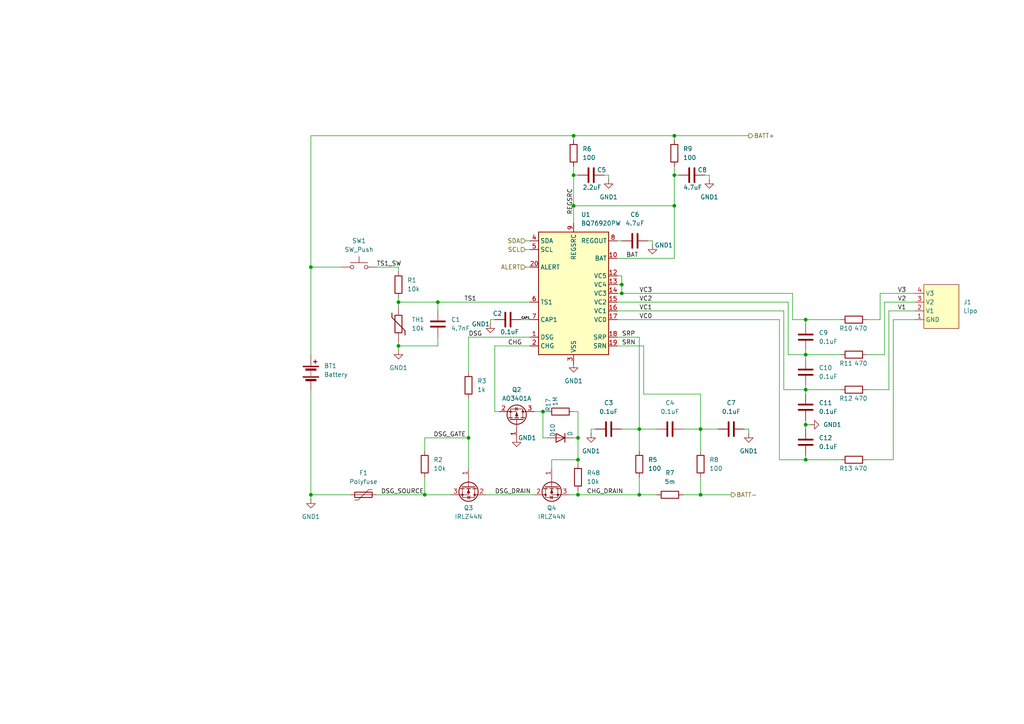
<source format=kicad_sch>
(kicad_sch (version 20250114) (generator "eeschema") (generator_version "9.0")
  (paper "A4")
  (lib_symbols
    (symbol "Battery_Management:BQ76920PW"
      (property "Reference" "U" (at -10.16 19.05 0))
      (property "Value" "BQ76920PW" (at 12.7 19.05 0))
      (symbol "BQ76920PW_0_1"
        (rectangle (start -10.16 17.78) (end 10.16 -17.78) (stroke (width 0.254)) (fill (type background)))
      )
      (symbol "BQ76920PW_1_0"
        (pin bidirectional line (at -12.7 7.62 0) (length 2.54) (name "ALERT") (number "20"))
        (pin passive line (at -12.7 -2.54 0) (length 2.54) (name "TS1") (number "6"))
        (pin passive line (at -12.7 -7.62 0) (length 2.54) (name "CAP1") (number "7"))
        (pin no_connect line (at -2.54 -17.78 90) (length 2.54) (hide yes) (name "NC") (number "11"))
        (pin power_in line (at 0 20.32 270) (length 2.54) (name "REGSRC") (number "9"))
        (pin power_out line (at 12.7 15.24 180) (length 2.54) (name "REGOUT") (number "8"))
        (pin input line (at 12.7 10.16 180) (length 2.54) (name "BAT") (number "10"))
        (pin input line (at 12.7 5.08 180) (length 2.54) (name "VC5") (number "12"))
        (pin input line (at 12.7 2.54 180) (length 2.54) (name "VC4") (number "13"))
        (pin input line (at 12.7 0 180) (length 2.54) (name "VC3") (number "14"))
        (pin input line (at 12.7 -2.54 180) (length 2.54) (name "VC2") (number "15"))
        (pin input line (at 12.7 -5.08 180) (length 2.54) (name "VC1") (number "16"))
        (pin input line (at 12.7 -7.62 180) (length 2.54) (name "VC0") (number "17"))
        (pin input line (at 12.7 -12.7 180) (length 2.54) (name "SRP") (number "18"))
        (pin input line (at 12.7 -15.24 180) (length 2.54) (name "SRN") (number "19"))
      )
      (symbol "BQ76920PW_1_1"
        (pin bidirectional line (at -12.7 15.24 0) (length 2.54) (name "SDA") (number "4"))
        (pin input line (at -12.7 12.7 0) (length 2.54) (name "SCL") (number "5"))
        (pin output line (at -12.7 -12.7 0) (length 2.54) (name "DSG") (number "1"))
        (pin output line (at -12.7 -15.24 0) (length 2.54) (name "CHG") (number "2"))
        (pin power_in line (at 0 -20.32 90) (length 2.54) (name "VSS") (number "3"))
      )
    )
    (symbol "Device:Battery" (pin_numbers (hide yes)) (pin_names (offset 0) (hide yes))
      (property "Reference" "BT" (at 2.54 2.54 0))
      (property "Value" "Battery" (at 2.54 0 0))
      (symbol "Battery_0_1"
        (rectangle (start -2.286 1.778) (end 2.286 1.524) (fill (type outline)))
        (rectangle (start -2.286 -1.27) (end 2.286 -1.524) (fill (type outline)))
        (rectangle (start -1.524 1.016) (end 1.524 0.508) (fill (type outline)))
        (rectangle (start -1.524 -2.032) (end 1.524 -2.54) (fill (type outline)))
        (polyline (pts (xy 0 1.778) (xy 0 2.54)))
        (polyline (pts (xy 0 0) (xy 0 0.254)))
        (polyline (pts (xy 0 -0.508) (xy 0 -0.254)))
        (polyline (pts (xy 0 -1.016) (xy 0 -0.762)))
        (polyline (pts (xy 0.762 3.048) (xy 1.778 3.048)) (stroke (width 0.254)))
        (polyline (pts (xy 1.27 3.556) (xy 1.27 2.54)) (stroke (width 0.254)))
      )
      (symbol "Battery_1_1"
        (pin passive line (at 0 5.08 270) (length 2.54) (name "+") (number "1"))
        (pin passive line (at 0 -5.08 90) (length 2.54) (name "-") (number "2"))
      )
    )
    (symbol "Device:C" (pin_numbers (hide yes)) (pin_names (offset 0.254))
      (property "Reference" "C" (at 0.635 2.54 0))
      (property "Value" "C" (at 0.635 -2.54 0))
      (symbol "C_0_1"
        (polyline (pts (xy -2.032 0.762) (xy 2.032 0.762)) (stroke (width 0.508)))
        (polyline (pts (xy -2.032 -0.762) (xy 2.032 -0.762)) (stroke (width 0.508)))
      )
      (symbol "C_1_1"
        (pin passive line (at 0 3.81 270) (length 2.794) (name "~") (number "1"))
        (pin passive line (at 0 -3.81 90) (length 2.794) (name "~") (number "2"))
      )
    )
    (symbol "Device:D" (pin_numbers (hide yes)) (pin_names (offset 1.016) (hide yes))
      (property "Reference" "D" (at 0 2.54 0))
      (property "Value" "D" (at 0 -2.54 0))
      (symbol "D_0_1"
        (polyline (pts (xy -1.27 1.27) (xy -1.27 -1.27)) (stroke (width 0.254)))
        (polyline (pts (xy 1.27 1.27) (xy 1.27 -1.27) (xy -1.27 0) (xy 1.27 1.27)) (stroke (width 0.254)))
        (polyline (pts (xy 1.27 0) (xy -1.27 0)))
      )
      (symbol "D_1_1"
        (pin passive line (at -3.81 0 0) (length 2.54) (name "K") (number "1"))
        (pin passive line (at 3.81 0 180) (length 2.54) (name "A") (number "2"))
      )
    )
    (symbol "Device:Polyfuse" (pin_numbers (hide yes)) (pin_names (offset 0))
      (property "Reference" "F" (at -2.54 0 90))
      (property "Value" "Polyfuse" (at 2.54 0 90))
      (symbol "Polyfuse_0_1"
        (polyline (pts (xy -1.524 2.54) (xy -1.524 1.524) (xy 1.524 -1.524) (xy 1.524 -2.54)))
        (rectangle (start -0.762 2.54) (end 0.762 -2.54) (stroke (width 0.254)))
        (polyline (pts (xy 0 2.54) (xy 0 -2.54)))
      )
      (symbol "Polyfuse_1_1"
        (pin passive line (at 0 3.81 270) (length 1.27) (name "~") (number "1"))
        (pin passive line (at 0 -3.81 90) (length 1.27) (name "~") (number "2"))
      )
    )
    (symbol "Device:R" (pin_numbers (hide yes)) (pin_names (offset 0))
      (property "Reference" "R" (at 2.032 0 90))
      (property "Value" "R" (at 0 0 90))
      (symbol "R_0_1"
        (rectangle (start -1.016 -2.54) (end 1.016 2.54) (stroke (width 0.254)))
      )
      (symbol "R_1_1"
        (pin passive line (at 0 3.81 270) (length 1.27) (name "~") (number "1"))
        (pin passive line (at 0 -3.81 90) (length 1.27) (name "~") (number "2"))
      )
    )
    (symbol "Device:Thermistor" (pin_numbers (hide yes)) (pin_names (offset 0))
      (property "Reference" "TH" (at 2.54 1.27 90))
      (property "Value" "Thermistor" (at -2.54 0 90))
      (symbol "Thermistor_0_1"
        (polyline (pts (xy -1.905 3.175) (xy -1.905 1.905) (xy 1.905 -1.905) (xy 1.905 -3.175)) (stroke (width 0.254)))
      )
      (symbol "Thermistor_1_1"
        (rectangle (start -1.016 2.54) (end 1.016 -2.54) (stroke (width 0.254)))
        (pin passive line (at 0 5.08 270) (length 2.54) (name "~") (number "1"))
        (pin passive line (at 0 -5.08 90) (length 2.54) (name "~") (number "2"))
      )
    )
    (symbol "Dry_Lettuce:Lipo_Pinout"
      (property "Reference" "J" (at 0 9.652 0))
      (symbol "Lipo_Pinout_1_1"
        (rectangle (start -5.08 6.35) (end 5.08 -6.35) (fill (type background)))
        (pin power_out line (at -7.62 3.81 0) (length 2.54) (name "V3") (number "4"))
        (pin power_out line (at -7.62 1.27 0) (length 2.54) (name "V2") (number "3"))
        (pin power_out line (at -7.62 -1.27 0) (length 2.54) (name "V1") (number "2"))
        (pin power_out line (at -7.62 -3.81 0) (length 2.54) (name "GND") (number "1"))
      )
    )
    (symbol "Switch:SW_Push" (pin_numbers (hide yes)) (pin_names (offset 1.016) (hide yes))
      (property "Reference" "SW" (at 1.27 2.54 0))
      (property "Value" "SW_Push" (at 0 -1.524 0))
      (symbol "SW_Push_0_1"
        (circle (center -2.032 0) (radius 0.508))
        (polyline (pts (xy 0 1.27) (xy 0 3.048)))
        (circle (center 2.032 0) (radius 0.508))
        (polyline (pts (xy 2.54 1.27) (xy -2.54 1.27)))
        (pin passive line (at -5.08 0 0) (length 2.54) (name "1") (number "1"))
        (pin passive line (at 5.08 0 180) (length 2.54) (name "2") (number "2"))
      )
    )
    (symbol "Transistor_FET:AO3401A" (pin_names (hide yes))
      (property "Reference" "Q" (at 5.08 1.905 0))
      (property "Value" "AO3401A" (at 5.08 0 0))
      (symbol "AO3401A_0_1"
        (polyline (pts (xy 0.254 1.905) (xy 0.254 -1.905)) (stroke (width 0.254)))
        (polyline (pts (xy 0.254 0) (xy -2.54 0)))
        (polyline (pts (xy 0.762 2.286) (xy 0.762 1.27)) (stroke (width 0.254)))
        (polyline (pts (xy 0.762 1.778) (xy 3.302 1.778) (xy 3.302 -1.778) (xy 0.762 -1.778)))
        (polyline (pts (xy 0.762 0.508) (xy 0.762 -0.508)) (stroke (width 0.254)))
        (polyline (pts (xy 0.762 -1.27) (xy 0.762 -2.286)) (stroke (width 0.254)))
        (circle (center 1.651 0) (radius 2.794) (stroke (width 0.254)))
        (polyline (pts (xy 2.286 0) (xy 1.27 0.381) (xy 1.27 -0.381) (xy 2.286 0)) (fill (type outline)))
        (polyline (pts (xy 2.54 2.54) (xy 2.54 1.778)))
        (circle (center 2.54 1.778) (radius 0.254) (fill (type outline)))
        (circle (center 2.54 -1.778) (radius 0.254) (fill (type outline)))
        (polyline (pts (xy 2.54 -2.54) (xy 2.54 0) (xy 0.762 0)))
        (polyline (pts (xy 2.794 -0.508) (xy 2.921 -0.381) (xy 3.683 -0.381) (xy 3.81 -0.254)))
        (polyline (pts (xy 3.302 -0.381) (xy 2.921 0.254) (xy 3.683 0.254) (xy 3.302 -0.381)))
      )
      (symbol "AO3401A_1_1"
        (pin input line (at -5.08 0 0) (length 2.54) (name "G") (number "1"))
        (pin passive line (at 2.54 5.08 270) (length 2.54) (name "D") (number "3"))
        (pin passive line (at 2.54 -5.08 90) (length 2.54) (name "S") (number "2"))
      )
    )
    (symbol "Transistor_FET:IRLZ44N" (pin_names (hide yes))
      (property "Reference" "Q" (at 5.08 1.905 0))
      (property "Value" "IRLZ44N" (at 5.08 0 0))
      (symbol "IRLZ44N_0_1"
        (polyline (pts (xy 0.254 1.905) (xy 0.254 -1.905)) (stroke (width 0.254)))
        (polyline (pts (xy 0.254 0) (xy -2.54 0)))
        (polyline (pts (xy 0.762 2.286) (xy 0.762 1.27)) (stroke (width 0.254)))
        (polyline (pts (xy 0.762 0.508) (xy 0.762 -0.508)) (stroke (width 0.254)))
        (polyline (pts (xy 0.762 -1.27) (xy 0.762 -2.286)) (stroke (width 0.254)))
        (polyline (pts (xy 0.762 -1.778) (xy 3.302 -1.778) (xy 3.302 1.778) (xy 0.762 1.778)))
        (polyline (pts (xy 1.016 0) (xy 2.032 0.381) (xy 2.032 -0.381) (xy 1.016 0)) (fill (type outline)))
        (circle (center 1.651 0) (radius 2.794) (stroke (width 0.254)))
        (polyline (pts (xy 2.54 2.54) (xy 2.54 1.778)))
        (circle (center 2.54 1.778) (radius 0.254) (fill (type outline)))
        (circle (center 2.54 -1.778) (radius 0.254) (fill (type outline)))
        (polyline (pts (xy 2.54 -2.54) (xy 2.54 0) (xy 0.762 0)))
        (polyline (pts (xy 2.794 0.508) (xy 2.921 0.381) (xy 3.683 0.381) (xy 3.81 0.254)))
        (polyline (pts (xy 3.302 0.381) (xy 2.921 -0.254) (xy 3.683 -0.254) (xy 3.302 0.381)))
      )
      (symbol "IRLZ44N_1_1"
        (pin input line (at -5.08 0 0) (length 2.54) (name "G") (number "1"))
        (pin passive line (at 2.54 5.08 270) (length 2.54) (name "D") (number "2"))
        (pin passive line (at 2.54 -5.08 90) (length 2.54) (name "S") (number "3"))
      )
    )
    (symbol "power:GND1" (power) (pin_numbers (hide yes)) (pin_names (offset 0) (hide yes))
      (property "Value" "GND1" (at 0 -3.81 0))
      (symbol "GND1_0_1"
        (polyline (pts (xy 0 0) (xy 0 -1.27) (xy 1.27 -1.27) (xy 0 -2.54) (xy -1.27 -1.27) (xy 0 -1.27)))
      )
      (symbol "GND1_1_1"
        (pin power_in line (at 0 0 270) (length 0) (name "~") (number "1"))
      )
    )
  )
  (junction (at 123.19 143.51))
  (junction (at 90.17 77.47))
  (junction (at 195.58 39.37))
  (junction (at 185.42 124.46))
  (junction (at 166.37 59.69))
  (junction (at 233.68 133.35))
  (junction (at 135.89 127))
  (junction (at 115.57 100.33))
  (junction (at 115.57 87.63))
  (junction (at 90.17 143.51))
  (junction (at 195.58 50.8))
  (junction (at 166.37 50.8))
  (junction (at 233.68 113.03))
  (junction (at 203.2 124.46))
  (junction (at 180.34 85.09))
  (junction (at 203.2 143.51))
  (junction (at 167.64 127))
  (junction (at 233.68 123.19))
  (junction (at 157.48 119.38))
  (junction (at 195.58 59.69))
  (junction (at 127 87.63))
  (junction (at 180.34 82.55))
  (junction (at 167.64 143.51))
  (junction (at 233.68 92.71))
  (junction (at 233.68 102.87))
  (junction (at 185.42 143.51))
  (junction (at 166.37 39.37))
  (junction (at 167.64 133.35))
  (wire (pts (xy 195.58 74.93) (xy 195.58 59.69)))
  (wire (pts (xy 166.37 59.69) (xy 166.37 64.77)))
  (wire (pts (xy 180.34 82.55) (xy 180.34 85.09)))
  (wire (pts (xy 185.42 138.43) (xy 185.42 143.51)))
  (wire (pts (xy 135.89 115.57) (xy 135.89 127)))
  (wire (pts (xy 185.42 143.51) (xy 190.5 143.51)))
  (wire (pts (xy 195.58 48.26) (xy 195.58 50.8)))
  (wire (pts (xy 180.34 80.01) (xy 180.34 82.55)))
  (wire (pts (xy 227.33 113.03) (xy 233.68 113.03)))
  (wire (pts (xy 195.58 50.8) (xy 196.85 50.8)))
  (wire (pts (xy 179.07 92.71) (xy 226.06 92.71)))
  (wire (pts (xy 123.19 130.81) (xy 123.19 127)))
  (wire (pts (xy 198.12 143.51) (xy 203.2 143.51)))
  (wire (pts (xy 179.07 82.55) (xy 180.34 82.55)))
  (wire (pts (xy 227.33 90.17) (xy 227.33 113.03)))
  (wire (pts (xy 185.42 97.79) (xy 185.42 124.46)))
  (wire (pts (xy 203.2 124.46) (xy 203.2 114.3)))
  (wire (pts (xy 143.51 100.33) (xy 153.67 100.33)))
  (wire (pts (xy 115.57 99.06) (xy 115.57 100.33)))
  (wire (pts (xy 233.68 113.03) (xy 233.68 114.3)))
  (wire (pts (xy 265.43 87.63) (xy 256.54 87.63)))
  (wire (pts (xy 153.67 97.79) (xy 135.89 97.79)))
  (wire (pts (xy 166.37 59.69) (xy 195.58 59.69)))
  (wire (pts (xy 143.51 119.38) (xy 144.78 119.38)))
  (wire (pts (xy 233.68 133.35) (xy 226.06 133.35)))
  (wire (pts (xy 127 100.33) (xy 115.57 100.33)))
  (wire (pts (xy 179.07 85.09) (xy 180.34 85.09)))
  (wire (pts (xy 167.64 127) (xy 166.37 127)))
  (wire (pts (xy 171.45 124.46) (xy 172.72 124.46)))
  (wire (pts (xy 127 87.63) (xy 115.57 87.63)))
  (wire (pts (xy 166.37 39.37) (xy 195.58 39.37)))
  (wire (pts (xy 176.53 52.07) (xy 176.53 50.8)))
  (wire (pts (xy 265.43 90.17) (xy 257.81 90.17)))
  (wire (pts (xy 259.08 92.71) (xy 259.08 133.35)))
  (wire (pts (xy 167.64 142.24) (xy 167.64 143.51)))
  (wire (pts (xy 185.42 130.81) (xy 185.42 124.46)))
  (wire (pts (xy 233.68 102.87) (xy 243.84 102.87)))
  (wire (pts (xy 179.07 69.85) (xy 180.34 69.85)))
  (wire (pts (xy 123.19 143.51) (xy 123.19 138.43)))
  (wire (pts (xy 166.37 50.8) (xy 166.37 59.69)))
  (wire (pts (xy 257.81 113.03) (xy 251.46 113.03)))
  (wire (pts (xy 179.07 90.17) (xy 227.33 90.17)))
  (wire (pts (xy 152.4 69.85) (xy 153.67 69.85)))
  (wire (pts (xy 203.2 143.51) (xy 212.09 143.51)))
  (wire (pts (xy 179.07 87.63) (xy 228.6 87.63)))
  (wire (pts (xy 185.42 124.46) (xy 190.5 124.46)))
  (wire (pts (xy 166.37 50.8) (xy 167.64 50.8)))
  (wire (pts (xy 198.12 124.46) (xy 203.2 124.46)))
  (wire (pts (xy 143.51 100.33) (xy 143.51 119.38)))
  (wire (pts (xy 233.68 132.08) (xy 233.68 133.35)))
  (wire (pts (xy 90.17 77.47) (xy 99.06 77.47)))
  (wire (pts (xy 157.48 119.38) (xy 157.48 127)))
  (wire (pts (xy 152.4 77.47) (xy 153.67 77.47)))
  (wire (pts (xy 217.17 125.73) (xy 217.17 124.46)))
  (wire (pts (xy 226.06 92.71) (xy 226.06 133.35)))
  (wire (pts (xy 233.68 123.19) (xy 233.68 124.46)))
  (wire (pts (xy 255.27 92.71) (xy 251.46 92.71)))
  (wire (pts (xy 257.81 90.17) (xy 257.81 113.03)))
  (wire (pts (xy 195.58 39.37) (xy 217.17 39.37)))
  (wire (pts (xy 135.89 97.79) (xy 135.89 107.95)))
  (wire (pts (xy 217.17 124.46) (xy 215.9 124.46)))
  (wire (pts (xy 233.68 92.71) (xy 243.84 92.71)))
  (wire (pts (xy 151.13 92.71) (xy 153.67 92.71)))
  (wire (pts (xy 256.54 87.63) (xy 256.54 102.87)))
  (wire (pts (xy 115.57 87.63) (xy 115.57 88.9)))
  (wire (pts (xy 90.17 113.03) (xy 90.17 143.51)))
  (wire (pts (xy 203.2 124.46) (xy 208.28 124.46)))
  (wire (pts (xy 167.64 119.38) (xy 166.37 119.38)))
  (wire (pts (xy 233.68 101.6) (xy 233.68 102.87)))
  (wire (pts (xy 152.4 72.39) (xy 153.67 72.39)))
  (wire (pts (xy 115.57 77.47) (xy 115.57 78.74)))
  (wire (pts (xy 167.64 127) (xy 167.64 133.35)))
  (wire (pts (xy 167.64 133.35) (xy 167.64 134.62)))
  (wire (pts (xy 90.17 39.37) (xy 90.17 77.47)))
  (wire (pts (xy 233.68 111.76) (xy 233.68 113.03)))
  (wire (pts (xy 153.67 87.63) (xy 127 87.63)))
  (wire (pts (xy 175.26 50.8) (xy 176.53 50.8)))
  (wire (pts (xy 90.17 143.51) (xy 101.6 143.51)))
  (wire (pts (xy 166.37 39.37) (xy 166.37 40.64)))
  (wire (pts (xy 109.22 77.47) (xy 115.57 77.47)))
  (wire (pts (xy 186.69 114.3) (xy 186.69 100.33)))
  (wire (pts (xy 123.19 143.51) (xy 130.81 143.51)))
  (wire (pts (xy 180.34 85.09) (xy 229.87 85.09)))
  (wire (pts (xy 203.2 138.43) (xy 203.2 143.51)))
  (wire (pts (xy 157.48 127) (xy 158.75 127)))
  (wire (pts (xy 203.2 130.81) (xy 203.2 124.46)))
  (wire (pts (xy 115.57 86.36) (xy 115.57 87.63)))
  (wire (pts (xy 243.84 113.03) (xy 233.68 113.03)))
  (wire (pts (xy 195.58 59.69) (xy 195.58 50.8)))
  (wire (pts (xy 229.87 92.71) (xy 233.68 92.71)))
  (wire (pts (xy 180.34 124.46) (xy 185.42 124.46)))
  (wire (pts (xy 140.97 143.51) (xy 154.94 143.51)))
  (wire (pts (xy 165.1 143.51) (xy 167.64 143.51)))
  (wire (pts (xy 90.17 102.87) (xy 90.17 77.47)))
  (wire (pts (xy 171.45 125.73) (xy 171.45 124.46)))
  (wire (pts (xy 179.07 74.93) (xy 195.58 74.93)))
  (wire (pts (xy 243.84 133.35) (xy 233.68 133.35)))
  (wire (pts (xy 195.58 39.37) (xy 195.58 40.64)))
  (wire (pts (xy 255.27 85.09) (xy 255.27 92.71)))
  (wire (pts (xy 233.68 123.19) (xy 234.95 123.19)))
  (wire (pts (xy 228.6 102.87) (xy 233.68 102.87)))
  (wire (pts (xy 265.43 85.09) (xy 255.27 85.09)))
  (wire (pts (xy 157.48 119.38) (xy 158.75 119.38)))
  (wire (pts (xy 109.22 143.51) (xy 123.19 143.51)))
  (wire (pts (xy 204.47 50.8) (xy 205.74 50.8)))
  (wire (pts (xy 90.17 143.51) (xy 90.17 144.78)))
  (wire (pts (xy 228.6 87.63) (xy 228.6 102.87)))
  (wire (pts (xy 115.57 100.33) (xy 115.57 101.6)))
  (wire (pts (xy 179.07 80.01) (xy 180.34 80.01)))
  (wire (pts (xy 251.46 133.35) (xy 259.08 133.35)))
  (wire (pts (xy 233.68 92.71) (xy 233.68 93.98)))
  (wire (pts (xy 160.02 133.35) (xy 167.64 133.35)))
  (wire (pts (xy 189.23 69.85) (xy 187.96 69.85)))
  (wire (pts (xy 233.68 102.87) (xy 233.68 104.14)))
  (wire (pts (xy 135.89 127) (xy 135.89 135.89)))
  (wire (pts (xy 142.24 92.71) (xy 143.51 92.71)))
  (wire (pts (xy 157.48 119.38) (xy 154.94 119.38)))
  (wire (pts (xy 186.69 100.33) (xy 179.07 100.33)))
  (wire (pts (xy 229.87 85.09) (xy 229.87 92.71)))
  (wire (pts (xy 127 97.79) (xy 127 100.33)))
  (wire (pts (xy 205.74 52.07) (xy 205.74 50.8)))
  (wire (pts (xy 167.64 127) (xy 167.64 119.38)))
  (wire (pts (xy 233.68 121.92) (xy 233.68 123.19)))
  (wire (pts (xy 167.64 143.51) (xy 185.42 143.51)))
  (wire (pts (xy 90.17 39.37) (xy 166.37 39.37)))
  (wire (pts (xy 142.24 93.98) (xy 142.24 92.71)))
  (wire (pts (xy 189.23 71.12) (xy 189.23 69.85)))
  (wire (pts (xy 123.19 127) (xy 135.89 127)))
  (wire (pts (xy 203.2 114.3) (xy 186.69 114.3)))
  (wire (pts (xy 265.43 92.71) (xy 259.08 92.71)))
  (wire (pts (xy 160.02 135.89) (xy 160.02 133.35)))
  (wire (pts (xy 166.37 48.26) (xy 166.37 50.8)))
  (wire (pts (xy 256.54 102.87) (xy 251.46 102.87)))
  (wire (pts (xy 179.07 97.79) (xy 185.42 97.79)))
  (wire (pts (xy 127 87.63) (xy 127 90.17)))
  (label "VC1" (at 185.42 90.17 0))
  (label "DSG_DRAIN" (at 143.51 143.51 0))
  (label "SRP" (at 180.34 97.79 0))
  (label "REGSRC" (at 166.37 62.23 90))
  (label "CHG_DRAIN" (at 170.18 143.51 0))
  (label "DSG" (at 135.89 97.79 0))
  (label "SRN" (at 180.34 100.33 0))
  (label "DSG_GATE" (at 125.73 127 0))
  (label "V3" (at 260.35 85.09 0))
  (label "TS1_SW" (at 109.22 77.47 0))
  (label "BAT" (at 181.61 74.93 0))
  (label "CHG" (at 147.32 100.33 0))
  (label "DSG_SOURCE" (at 110.49 143.51 0))
  (label "CAP1" (at 151.13 92.71 0) (effects (font (size 0.635 0.635))))
  (label "VC0" (at 185.42 92.71 0))
  (label "TS1" (at 134.62 87.63 0))
  (label "V2" (at 260.35 87.63 0))
  (label "V1" (at 260.35 90.17 0))
  (label "VC3" (at 185.42 85.09 0))
  (label "VC2" (at 185.42 87.63 0))
  (hierarchical_label "ALERT" (shape input) (at 152.4 77.47 180))
  (hierarchical_label "SCL" (shape input) (at 152.4 72.39 180))
  (hierarchical_label "SDA" (shape input) (at 152.4 69.85 180))
  (hierarchical_label "BATT+" (shape output) (at 217.17 39.37 0))
  (hierarchical_label "BATT-" (shape output) (at 212.09 143.51 0))
  (symbol (lib_id "Device:R") (at 115.57 82.55 0) (unit 1)
    (property "Reference" "R1" (at 118.11 81.2799 0) (effects (justify left)))
    (property "Value" "10k" (at 118.11 83.8199 0) (effects (justify left)))
    (property "Footprint" "Resistor_SMD:R_0402_1005Metric" (effects (hide yes)))
    (property "Description" "Resistor" (effects (hide yes)))
  )
  (symbol (lib_id "Device:R") (at 203.2 134.62 180) (unit 1)
    (property "Reference" "R8" (at 205.74 133.3499 0) (effects (justify right)))
    (property "Value" "100" (at 205.74 135.8899 0) (effects (justify right)))
    (property "Footprint" "Resistor_SMD:R_0603_1608Metric" (effects (hide yes)))
    (property "Description" "Resistor" (effects (hide yes)))
  )
  (symbol (lib_id "Device:C") (at 194.31 124.46 90) (unit 1)
    (property "Reference" "C4" (at 194.31 116.84 90))
    (property "Value" "0.1uF" (at 194.31 119.38 90))
    (property "Footprint" "Capacitor_SMD:C_0402_1005Metric" (effects (hide yes)))
    (property "Description" "Unpolarized capacitor" (effects (hide yes)))
    (property "LCSC" "C307331" (effects (hide yes)))
  )
  (symbol (lib_id "Device:R") (at 247.65 133.35 90) (unit 1)
    (property "Reference" "R13" (at 245.364 135.89 90))
    (property "Value" "470" (at 249.682 135.89 90))
    (property "Footprint" "Resistor_SMD:R_0402_1005Metric" (effects (hide yes)))
    (property "Description" "Resistor" (effects (hide yes)))
  )
  (symbol (lib_id "Device:D") (at 162.56 127 180) (unit 1)
    (property "Reference" "D10" (at 160.274 126.746 90) (effects (justify right)))
    (property "Value" "D" (at 165.354 126.492 90) (effects (justify right)))
    (property "Footprint" "Diode_SMD:D_0402_1005Metric" (effects (hide yes)))
    (property "Description" "Diode" (effects (hide yes)))
    (property "Sim.Device" "D" (effects (hide yes)))
    (property "Sim.Pins" "1=K 2=A" (effects (hide yes)))
  )
  (symbol (lib_id "Transistor_FET:AO3401A") (at 149.86 121.92 270) (mirror x) (unit 1)
    (property "Reference" "Q2" (at 149.86 113.03 90))
    (property "Value" "AO3401A" (at 149.86 115.57 90))
    (property "Footprint" "Package_TO_SOT_SMD:SOT-23" (effects (hide yes)))
    (property "Datasheet" "http://www.aosmd.com/pdfs/datasheet/AO3401A.pdf" (effects (hide yes)))
    (property "Description" "-4.0A Id, -30V Vds, P-Channel MOSFET, SOT-23" (effects (hide yes)))
  )
  (symbol (lib_id "Device:C") (at 127 93.98 0) (unit 1)
    (property "Reference" "C1" (at 130.81 92.7099 0) (effects (justify left)))
    (property "Value" "4.7nF" (at 130.81 95.2499 0) (effects (justify left)))
    (property "Footprint" "Capacitor_SMD:C_0402_1005Metric" (effects (hide yes)))
    (property "Description" "Unpolarized capacitor" (effects (hide yes)))
    (property "LCSC" "C84705" (effects (hide yes)))
  )
  (symbol (lib_id "power:GND1") (at 176.53 52.07 0) (unit 1)
    (property "Reference" "#PWR07" (effects (hide yes)))
    (property "Value" "GND1" (at 176.53 57.15 0))
    (property "Description" "Power symbol creates a global label with name \"GND1\" , ground" (effects (hide yes)))
  )
  (symbol (lib_id "power:GND1") (at 149.86 127 0) (unit 1)
    (property "Reference" "#PWR04" (effects (hide yes)))
    (property "Value" "GND1" (at 152.908 127 0))
    (property "Description" "Power symbol creates a global label with name \"GND1\" , ground" (effects (hide yes)))
  )
  (symbol (lib_id "Device:R") (at 167.64 138.43 0) (unit 1)
    (property "Reference" "R48" (at 170.18 137.1599 0) (effects (justify left)))
    (property "Value" "10k" (at 170.18 139.6999 0) (effects (justify left)))
    (property "Description" "Resistor" (effects (hide yes)))
  )
  (symbol (lib_id "Device:C") (at 233.68 107.95 0) (unit 1)
    (property "Reference" "C10" (at 237.49 106.6799 0) (effects (justify left)))
    (property "Value" "0.1uF" (at 237.49 109.2199 0) (effects (justify left)))
    (property "Footprint" "Capacitor_SMD:C_0402_1005Metric" (effects (hide yes)))
    (property "Description" "Unpolarized capacitor" (effects (hide yes)))
  )
  (symbol (lib_id "power:GND1") (at 171.45 125.73 0) (unit 1)
    (property "Reference" "#PWR05" (effects (hide yes)))
    (property "Value" "GND1" (at 171.45 130.81 0))
    (property "Description" "Power symbol creates a global label with name \"GND1\" , ground" (effects (hide yes)))
  )
  (symbol (lib_id "Device:Battery") (at 90.17 107.95 0) (unit 1)
    (property "Reference" "BT1" (at 93.98 106.1084 0) (effects (justify left)))
    (property "Value" "Battery" (at 93.98 108.6484 0) (effects (justify left)))
    (property "Footprint" "Connector_AMASS:AMASS_XT60-M_1x02_P7.20mm_Vertical" (effects (hide yes)))
    (property "Description" "Multiple-cell battery" (effects (hide yes)))
  )
  (symbol (lib_id "Device:C") (at 176.53 124.46 90) (unit 1)
    (property "Reference" "C3" (at 176.53 116.84 90))
    (property "Value" "0.1uF" (at 176.53 119.38 90))
    (property "Footprint" "Capacitor_SMD:C_0402_1005Metric" (effects (hide yes)))
    (property "Description" "Unpolarized capacitor" (effects (hide yes)))
    (property "LCSC" "C307331" (effects (hide yes)))
  )
  (symbol (lib_id "power:GND1") (at 115.57 101.6 0) (unit 1)
    (property "Reference" "#PWR02" (effects (hide yes)))
    (property "Value" "GND1" (at 115.57 106.68 0))
    (property "Description" "Power symbol creates a global label with name \"GND1\" , ground" (effects (hide yes)))
  )
  (symbol (lib_id "Device:R") (at 166.37 44.45 0) (unit 1)
    (property "Reference" "R6" (at 168.91 43.1799 0) (effects (justify left)))
    (property "Value" "100" (at 168.91 45.7199 0) (effects (justify left)))
    (property "Footprint" "Resistor_SMD:R_0805_2012Metric" (effects (hide yes)))
    (property "Description" "Resistor" (effects (hide yes)))
  )
  (symbol (lib_id "Battery_Management:BQ76920PW") (at 166.37 85.09 0) (unit 1)
    (property "Reference" "U1" (at 168.5133 62.23 0) (effects (justify left)))
    (property "Value" "BQ76920PW" (at 168.5133 64.77 0) (effects (justify left)))
    (property "Footprint" "Package_SO:TSSOP-20_4.4x6.5mm_P0.65mm" (effects (hide yes)))
    (property "Datasheet" "http://www.ti.com/lit/ds/symlink/bq76920.pdf" (effects (hide yes)))
    (property "Description" "Lithium battery monitor, 3-5 cells, integrated balancing, I2C interface, TSSOP-20" (effects (hide yes)))
  )
  (symbol (lib_id "Device:C") (at 184.15 69.85 90) (unit 1)
    (property "Reference" "C6" (at 184.15 62.23 90))
    (property "Value" "4.7uF" (at 184.15 64.77 90))
    (property "Footprint" "Capacitor_SMD:C_0603_1608Metric" (effects (hide yes)))
    (property "Description" "Unpolarized capacitor" (effects (hide yes)))
    (property "LCSC" "C69335" (effects (hide yes)))
  )
  (symbol (lib_id "Device:R") (at 194.31 143.51 90) (unit 1)
    (property "Reference" "R7" (at 194.31 137.16 90))
    (property "Value" "5m" (at 194.31 139.7 90))
    (property "Footprint" "Resistor_SMD:R_1210_3225Metric" (effects (hide yes)))
    (property "Description" "Resistor" (effects (hide yes)))
  )
  (symbol (lib_id "power:GND1") (at 205.74 52.07 0) (unit 1)
    (property "Reference" "#PWR010" (effects (hide yes)))
    (property "Value" "GND1" (at 205.74 57.15 0))
    (property "Description" "Power symbol creates a global label with name \"GND1\" , ground" (effects (hide yes)))
  )
  (symbol (lib_id "Transistor_FET:IRLZ44N") (at 135.89 140.97 270) (unit 1)
    (property "Reference" "Q3" (at 135.89 147.32 90))
    (property "Value" "IRLZ44N" (at 135.89 149.86 90))
    (property "Footprint" "Package_TO_SOT_THT:TO-220-3_Horizontal_TabDown" (effects (hide yes)))
    (property "Datasheet" "http://www.irf.com/product-info/datasheets/data/irlz44n.pdf" (effects (hide yes)))
    (property "Description" "47A Id, 55V Vds, 22mOhm Rds Single N-Channel HEXFET Power MOSFET, TO-220AB" (effects (hide yes)))
  )
  (symbol (lib_id "Device:R") (at 123.19 134.62 0) (unit 1)
    (property "Reference" "R2" (at 125.73 133.3499 0) (effects (justify left)))
    (property "Value" "10k" (at 125.73 135.8899 0) (effects (justify left)))
    (property "Footprint" "Resistor_SMD:R_0402_1005Metric" (effects (hide yes)))
    (property "Description" "Resistor" (effects (hide yes)))
  )
  (symbol (lib_id "power:GND1") (at 90.17 144.78 0) (unit 1)
    (property "Reference" "#PWR01" (effects (hide yes)))
    (property "Value" "GND1" (at 90.17 149.86 0))
    (property "Description" "Power symbol creates a global label with name \"GND1\" , ground" (effects (hide yes)))
  )
  (symbol (lib_id "Device:R") (at 185.42 134.62 180) (unit 1)
    (property "Reference" "R5" (at 187.96 133.3499 0) (effects (justify right)))
    (property "Value" "100" (at 187.96 135.8899 0) (effects (justify right)))
    (property "Footprint" "Resistor_SMD:R_0603_1608Metric" (effects (hide yes)))
    (property "Description" "Resistor" (effects (hide yes)))
  )
  (symbol (lib_id "power:GND1") (at 234.95 123.19 90) (unit 1)
    (property "Reference" "#PWR011" (effects (hide yes)))
    (property "Value" "GND1" (at 238.76 123.1899 90) (effects (justify right)))
    (property "Description" "Power symbol creates a global label with name \"GND1\" , ground" (effects (hide yes)))
  )
  (symbol (lib_id "Device:C") (at 233.68 97.79 0) (unit 1)
    (property "Reference" "C9" (at 237.49 96.5199 0) (effects (justify left)))
    (property "Value" "0.1uF" (at 237.49 99.0599 0) (effects (justify left)))
    (property "Footprint" "Capacitor_SMD:C_0402_1005Metric" (effects (hide yes)))
    (property "Description" "Unpolarized capacitor" (effects (hide yes)))
  )
  (symbol (lib_id "Device:C") (at 233.68 128.27 0) (unit 1)
    (property "Reference" "C12" (at 237.49 126.9999 0) (effects (justify left)))
    (property "Value" "0.1uF" (at 237.49 129.5399 0) (effects (justify left)))
    (property "Footprint" "Capacitor_SMD:C_0402_1005Metric" (effects (hide yes)))
    (property "Description" "Unpolarized capacitor" (effects (hide yes)))
  )
  (symbol (lib_id "power:GND1") (at 142.24 93.98 0) (unit 1)
    (property "Reference" "#PWR03" (effects (hide yes)))
    (property "Value" "GND1" (at 139.446 93.98 0))
    (property "Description" "Power symbol creates a global label with name \"GND1\" , ground" (effects (hide yes)))
  )
  (symbol (lib_id "Device:R") (at 162.56 119.38 90) (unit 1)
    (property "Reference" "R17" (at 159.004 119.38 0) (effects (justify left)))
    (property "Value" "1M" (at 161.036 117.856 0) (effects (justify left)))
    (property "Footprint" "Resistor_SMD:R_0402_1005Metric" (effects (hide yes)))
    (property "Description" "Resistor" (effects (hide yes)))
  )
  (symbol (lib_id "Device:Thermistor") (at 115.57 93.98 0) (unit 1)
    (property "Reference" "TH1" (at 119.38 92.7099 0) (effects (justify left)))
    (property "Value" "10k" (at 119.38 95.2499 0) (effects (justify left)))
    (property "Footprint" "Resistor_SMD:R_0402_1005Metric" (effects (hide yes)))
    (property "Description" "Temperature dependent resistor" (effects (hide yes)))
  )
  (symbol (lib_id "power:GND1") (at 189.23 71.12 0) (unit 1)
    (property "Reference" "#PWR08" (effects (hide yes)))
    (property "Value" "GND1" (at 192.532 71.12 0))
    (property "Description" "Power symbol creates a global label with name \"GND1\" , ground" (effects (hide yes)))
  )
  (symbol (lib_id "Switch:SW_Push") (at 104.14 77.47 0) (unit 1)
    (property "Reference" "SW1" (at 104.14 69.85 0))
    (property "Value" "SW_Push" (at 104.14 72.39 0))
    (property "Footprint" "Button_Switch_SMD:SW_Push_1P1T_NO_CK_KSC6xxJ" (effects (hide yes)))
    (property "Description" "Push button switch, generic, two pins" (effects (hide yes)))
  )
  (symbol (lib_id "Dry_Lettuce:Lipo_Pinout") (at 273.05 88.9 0) (unit 1)
    (property "Reference" "J1" (at 279.4 87.6299 0) (effects (justify left)))
    (property "Value" "Lipo" (at 279.4 90.1699 0) (effects (justify left)))
    (property "Footprint" "Connector_JST:JST_XH_B4B-XH-A_1x04_P2.50mm_Vertical" (effects (hide yes)))
  )
  (symbol (lib_id "Device:R") (at 247.65 92.71 90) (unit 1)
    (property "Reference" "R10" (at 245.364 95.25 90))
    (property "Value" "470" (at 249.682 95.25 90))
    (property "Footprint" "Resistor_SMD:R_0402_1005Metric" (effects (hide yes)))
    (property "Description" "Resistor" (effects (hide yes)))
  )
  (symbol (lib_id "Device:R") (at 247.65 113.03 90) (unit 1)
    (property "Reference" "R12" (at 245.364 115.57 90))
    (property "Value" "470" (at 249.682 115.57 90))
    (property "Footprint" "Resistor_SMD:R_0402_1005Metric" (effects (hide yes)))
    (property "Description" "Resistor" (effects (hide yes)))
  )
  (symbol (lib_id "Device:C") (at 212.09 124.46 90) (unit 1)
    (property "Reference" "C7" (at 212.09 116.84 90))
    (property "Value" "0.1uF" (at 212.09 119.38 90))
    (property "Footprint" "Capacitor_SMD:C_0402_1005Metric" (effects (hide yes)))
    (property "Description" "Unpolarized capacitor" (effects (hide yes)))
    (property "LCSC" "C307331" (effects (hide yes)))
  )
  (symbol (lib_id "Device:C") (at 233.68 118.11 0) (unit 1)
    (property "Reference" "C11" (at 237.49 116.8399 0) (effects (justify left)))
    (property "Value" "0.1uF" (at 237.49 119.3799 0) (effects (justify left)))
    (property "Footprint" "Capacitor_SMD:C_0402_1005Metric" (effects (hide yes)))
    (property "Description" "Unpolarized capacitor" (effects (hide yes)))
  )
  (symbol (lib_id "Device:C") (at 147.32 92.71 90) (unit 1)
    (property "Reference" "C2" (at 144.272 90.932 90))
    (property "Value" "0.1uF" (at 147.828 96.266 90))
    (property "Footprint" "Capacitor_SMD:C_0402_1005Metric" (effects (hide yes)))
    (property "Description" "Unpolarized capacitor" (effects (hide yes)))
    (property "LCSC" "C307331" (effects (hide yes)))
  )
  (symbol (lib_id "Device:C") (at 200.66 50.8 90) (unit 1)
    (property "Reference" "C8" (at 203.708 49.276 90))
    (property "Value" "4.7uF" (at 200.914 54.356 90))
    (property "Footprint" "Capacitor_SMD:C_0402_1005Metric" (effects (hide yes)))
    (property "Description" "Unpolarized capacitor" (effects (hide yes)))
    (property "LCSC" "C52923" (effects (hide yes)))
  )
  (symbol (lib_id "Device:Polyfuse") (at 105.41 143.51 90) (unit 1)
    (property "Reference" "F1" (at 105.41 137.16 90))
    (property "Value" "Polyfuse" (at 105.41 139.7 90))
    (property "Footprint" "Fuse:Fuse_2920_7451Metric" (effects (hide yes)))
    (property "Description" "Resettable fuse, polymeric positive temperature coefficient" (effects (hide yes)))
  )
  (symbol (lib_id "Device:C") (at 171.45 50.8 90) (unit 1)
    (property "Reference" "C5" (at 174.498 49.276 90))
    (property "Value" "2.2uF" (at 171.704 54.356 90))
    (property "Footprint" "Capacitor_SMD:C_0402_1005Metric" (effects (hide yes)))
    (property "Description" "Unpolarized capacitor" (effects (hide yes)))
    (property "LCSC" "C307418" (effects (hide yes)))
  )
  (symbol (lib_id "Device:R") (at 247.65 102.87 90) (unit 1)
    (property "Reference" "R11" (at 245.364 105.41 90))
    (property "Value" "470" (at 249.682 105.41 90))
    (property "Footprint" "Resistor_SMD:R_0402_1005Metric" (effects (hide yes)))
    (property "Description" "Resistor" (effects (hide yes)))
  )
  (symbol (lib_id "Device:R") (at 135.89 111.76 0) (unit 1)
    (property "Reference" "R3" (at 138.43 110.4899 0) (effects (justify left)))
    (property "Value" "1k" (at 138.43 113.0299 0) (effects (justify left)))
    (property "Footprint" "Resistor_SMD:R_0402_1005Metric" (effects (hide yes)))
    (property "Description" "Resistor" (effects (hide yes)))
  )
  (symbol (lib_id "Device:R") (at 195.58 44.45 0) (unit 1)
    (property "Reference" "R9" (at 198.12 43.1799 0) (effects (justify left)))
    (property "Value" "100" (at 198.12 45.7199 0) (effects (justify left)))
    (property "Footprint" "Resistor_SMD:R_0805_2012Metric" (effects (hide yes)))
    (property "Description" "Resistor" (effects (hide yes)))
  )
  (symbol (lib_id "power:GND1") (at 217.17 125.73 0) (unit 1)
    (property "Reference" "#PWR09" (effects (hide yes)))
    (property "Value" "GND1" (at 217.17 130.81 0))
    (property "Description" "Power symbol creates a global label with name \"GND1\" , ground" (effects (hide yes)))
  )
  (symbol (lib_id "Transistor_FET:IRLZ44N") (at 160.02 140.97 90) (mirror x) (unit 1)
    (property "Reference" "Q4" (at 160.02 147.32 90))
    (property "Value" "IRLZ44N" (at 160.02 149.86 90))
    (property "Footprint" "Package_TO_SOT_THT:TO-220-3_Horizontal_TabDown" (effects (hide yes)))
    (property "Datasheet" "http://www.irf.com/product-info/datasheets/data/irlz44n.pdf" (effects (hide yes)))
    (property "Description" "47A Id, 55V Vds, 22mOhm Rds Single N-Channel HEXFET Power MOSFET, TO-220AB" (effects (hide yes)))
  )
  (symbol (lib_id "power:GND1") (at 166.37 105.41 0) (unit 1)
    (property "Reference" "#PWR06" (effects (hide yes)))
    (property "Value" "GND1" (at 166.37 110.49 0))
    (property "Description" "Power symbol creates a global label with name \"GND1\" , ground" (effects (hide yes)))
  )
)
</source>
